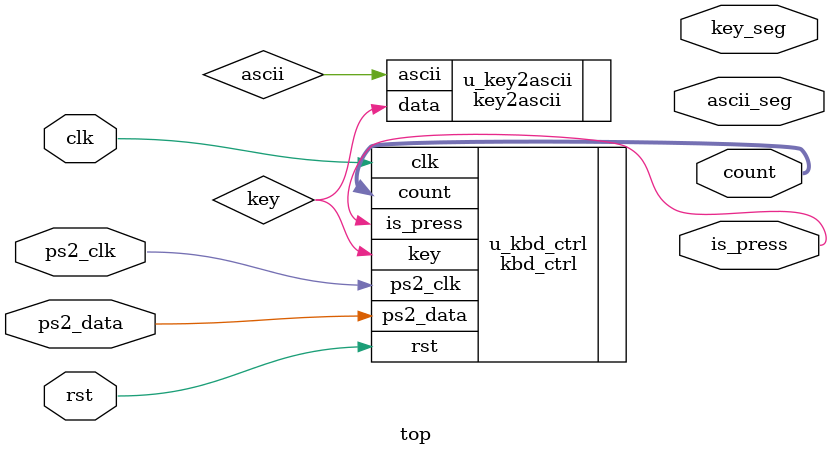
<source format=v>
`timescale 1ns / 1ps
module top(
        input clk,
        input rst,
        input ps2_clk,
        input ps2_data,
        output [7:0] key_seg,
        output [7:0] ascii_seg,
        output [7:0] count,
        output is_press
    );

    kbd_ctrl u_kbd_ctrl(
                 .clk        	( clk         ),
                 .rst       	( rst         ),
                 .ps2_clk    	( ps2_clk     ),
                 .ps2_data   	( ps2_data    ),
                 .is_press 	    ( is_press    ),
                 .count         ( count       ),
                 .key           ( key         )
             );

    key2ascii u_key2ascii(
                  .data   	( key    ),
                  .ascii 	( ascii   )
              );

    wire [3:0] b;
    wire [7:0] h;

    hex7seg key_hi_hex7seg(
                .b 	( key[7:4]  ),
                .h 	( h  )
            );
    hex7seg key_lo_hex7seg(
                .b 	( key[3:0]  ),
                .h 	( h  )
            );

    hex7seg ascii_hi_hex7seg(
                .b 	( ascii[7:4]  ),
                .h 	( h  )
            );
    hex7seg ascii_lo_hex7seg(
                .b 	( ascii[3:0]  ),
                .h 	( h  )
            );


endmodule

</source>
